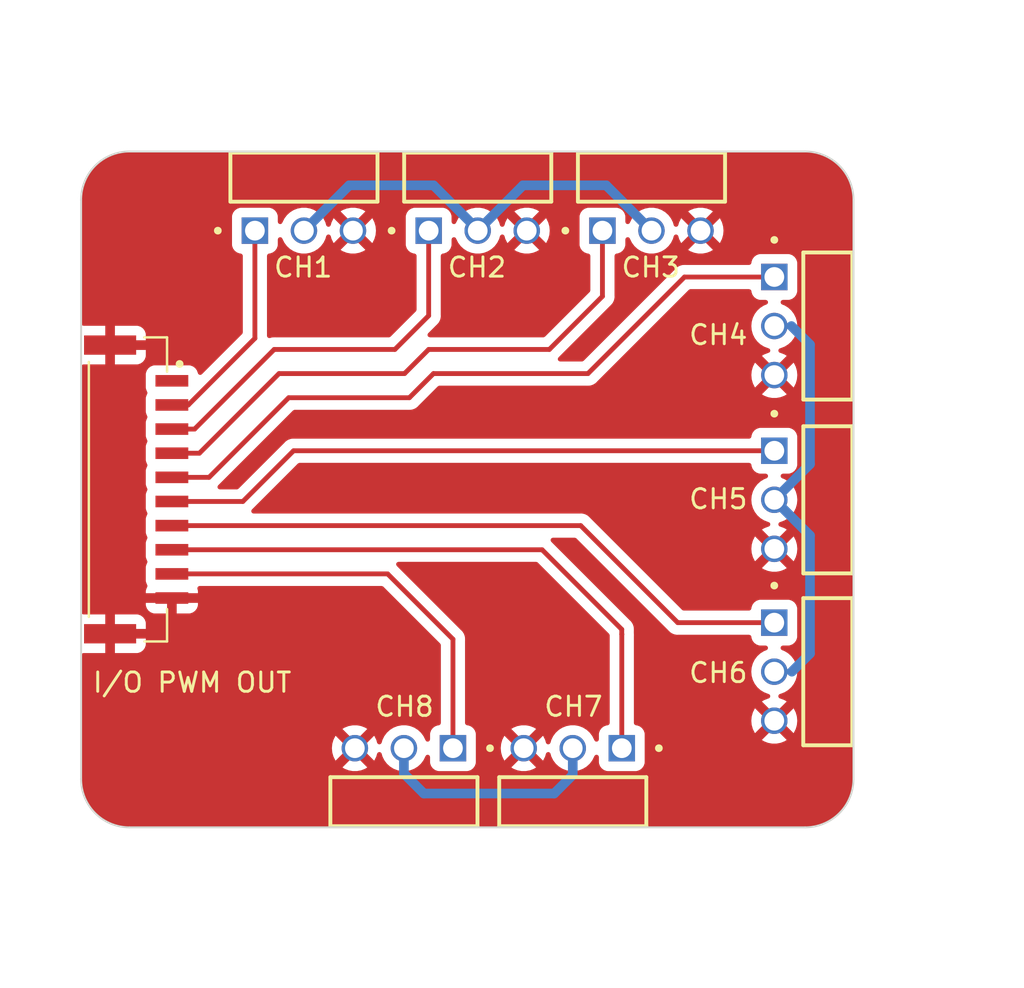
<source format=kicad_pcb>
(kicad_pcb (version 20221018) (generator pcbnew)
  (layers (0 "F.Cu" signal) (31 "B.Cu" signal) (34 "B.Paste" user) (35 "F.Paste" user) (36 "B.SilkS" user "B.Silkscreen") (37 "F.SilkS" user "F.Silkscreen") (38 "B.Mask" user) (39 "F.Mask" user) (44 "Edge.Cuts" user))
  (net 0 "")
  (net 1 "Net-(J1-Pin_1)")
  (net 2 "/R_ESC_+")
  (net 3 "GND")
  (net 4 "Net-(J2-Pin_1)")
  (net 5 "Net-(J3-Pin_1)")
  (net 6 "Net-(J4-Pin_1)")
  (net 7 "/Rear_ESC_+")
  (net 8 "Net-(J5-Pin_1)")
  (net 9 "Net-(J6-Pin_1)")
  (net 10 "Net-(J7-Pin_1)")
  (net 11 "/L_ESC_+")
  (net 12 "Net-(J8-Pin_1)")
  (footprint "3rd Party Footprints:SAMTEC_TSW-103-08-G-S-RA" (layer "F.Cu") (at 70.5 54.0975 180)
    (fp_text reference "CH2" (at -2.5 -1.9025) (layer "F.SilkS"))
    (fp_text value "Conn_01x03")
    (fp_line (start -6.35 4.04) (end -6.35 1.5) (stroke (width 0.2)) (layer "F.SilkS"))
    (fp_line (start 1.27 1.5) (end -6.35 1.5) (stroke (width 0.2)) (layer "F.SilkS"))
    (fp_line (start 1.27 1.5) (end 1.27 4.04) (stroke (width 0.2)) (layer "F.SilkS"))
    (fp_line (start 1.27 4.04) (end -6.35 4.04) (stroke (width 0.2)) (layer "F.SilkS"))
    (fp_circle (center 1.92 0) (end 2.02 0) (stroke (width 0.2)) (fill none) (layer "F.SilkS"))
    (pad "1" thru_hole rect (at 0 0 180) (size 1.37 1.37) (drill 1.02) (layers "*.Cu" "*.Mask") (net 4 "Net-(J2-Pin_1)"))
    (pad "2" thru_hole circle (at -2.54 0 180) (size 1.37 1.37) (drill 1.02) (layers "*.Cu" "*.Mask") (net 2 "/R_ESC_+"))
    (pad "3" thru_hole circle (at -5.08 0 180) (size 1.37 1.37) (drill 1.02) (layers "*.Cu" "*.Mask") (net 3 "GND"))
  )
  (footprint "3rd Party Footprints:JST_SM10B-GHS-TB_LF__SN_" (layer "F.Cu") (at 54 67.5 -90)
    (fp_text reference "I/O PWM OUT" (at 10 -4.25 180) (layer "F.SilkS") (effects (font (size 1.001929 1.001929))))
    (fp_text value "SM10B-GHS-TB_LF__SN_")
    (fp_line (start -7.875 -2.95) (end -6.1 -2.95) (stroke (width 0.127)) (layer "F.SilkS"))
    (fp_line (start -7.875 -1.77) (end -7.875 -2.95) (stroke (width 0.127)) (layer "F.SilkS"))
    (fp_line (start -6.6 1.1) (end 6.6 1.1) (stroke (width 0.127)) (layer "F.SilkS"))
    (fp_line (start 7.875 -2.95) (end 6.2 -2.95) (stroke (width 0.127)) (layer "F.SilkS"))
    (fp_line (start 7.875 -1.78) (end 7.875 -2.95) (stroke (width 0.127)) (layer "F.SilkS"))
    (fp_circle (center -6.5 -3.6) (end -6.4 -3.6) (stroke (width 0.2)) (fill none) (layer "F.SilkS"))
    (pad "1" smd rect (at -5.625 -3.2 270) (size 0.6 1.7) (layers "F.Cu" "F.Paste" "F.Mask"))
    (pad "2" smd rect (at -4.375 -3.2 270) (size 0.6 1.7) (layers "F.Cu" "F.Paste" "F.Mask") (net 1 "Net-(J1-Pin_1)"))
    (pad "3" smd rect (at -3.125 -3.2 270) (size 0.6 1.7) (layers "F.Cu" "F.Paste" "F.Mask") (net 4 "Net-(J2-Pin_1)"))
    (pad "4" smd rect (at -1.875 -3.2 270) (size 0.6 1.7) (layers "F.Cu" "F.Paste" "F.Mask") (net 5 "Net-(J3-Pin_1)"))
    (pad "5" smd rect (at -0.625 -3.2 270) (size 0.6 1.7) (layers "F.Cu" "F.Paste" "F.Mask") (net 6 "Net-(J4-Pin_1)"))
    (pad "6" smd rect (at 0.625 -3.2 270) (size 0.6 1.7) (layers "F.Cu" "F.Paste" "F.Mask") (net 8 "Net-(J5-Pin_1)"))
    (pad "7" smd rect (at 1.875 -3.2 270) (size 0.6 1.7) (layers "F.Cu" "F.Paste" "F.Mask") (net 9 "Net-(J6-Pin_1)"))
    (pad "8" smd rect (at 3.125 -3.2 270) (size 0.6 1.7) (layers "F.Cu" "F.Paste" "F.Mask") (net 10 "Net-(J7-Pin_1)"))
    (pad "9" smd rect (at 4.375 -3.2 270) (size 0.6 1.7) (layers "F.Cu" "F.Paste" "F.Mask") (net 12 "Net-(J8-Pin_1)"))
    (pad "10" smd rect (at 5.625 -3.2 270) (size 0.6 1.7) (layers "F.Cu" "F.Paste" "F.Mask") (net 3 "GND"))
    (pad "S1" smd rect (at -7.475 0 270) (size 1 2.7) (layers "F.Cu" "F.Paste" "F.Mask") (net 3 "GND"))
    (pad "S2" smd rect (at 7.475 0 270) (size 1 2.7) (layers "F.Cu" "F.Paste" "F.Mask") (net 3 "GND"))
  )
  (footprint "3rd Party Footprints:SAMTEC_TSW-103-08-G-S-RA" (layer "F.Cu") (at 79.5 54.0975 180)
    (fp_text reference "CH3" (at -2.5 -1.9025) (layer "F.SilkS"))
    (fp_text value "Conn_01x03")
    (fp_line (start -6.35 4.04) (end -6.35 1.5) (stroke (width 0.2)) (layer "F.SilkS"))
    (fp_line (start 1.27 1.5) (end -6.35 1.5) (stroke (width 0.2)) (layer "F.SilkS"))
    (fp_line (start 1.27 1.5) (end 1.27 4.04) (stroke (width 0.2)) (layer "F.SilkS"))
    (fp_line (start 1.27 4.04) (end -6.35 4.04) (stroke (width 0.2)) (layer "F.SilkS"))
    (fp_circle (center 1.92 0) (end 2.02 0) (stroke (width 0.2)) (fill none) (layer "F.SilkS"))
    (pad "1" thru_hole rect (at 0 0 180) (size 1.37 1.37) (drill 1.02) (layers "*.Cu" "*.Mask") (net 5 "Net-(J3-Pin_1)"))
    (pad "2" thru_hole circle (at -2.54 0 180) (size 1.37 1.37) (drill 1.02) (layers "*.Cu" "*.Mask") (net 2 "/R_ESC_+"))
    (pad "3" thru_hole circle (at -5.08 0 180) (size 1.37 1.37) (drill 1.02) (layers "*.Cu" "*.Mask") (net 3 "GND"))
  )
  (footprint "3rd Party Footprints:SAMTEC_TSW-103-08-G-S-RA" (layer "F.Cu") (at 80.5025 80.9025)
    (fp_text reference "CH7" (at -2.5025 -2.1525) (layer "F.SilkS"))
    (fp_text value "Conn_01x03")
    (fp_line (start -6.35 4.04) (end -6.35 1.5) (stroke (width 0.2)) (layer "F.SilkS"))
    (fp_line (start 1.27 1.5) (end -6.35 1.5) (stroke (width 0.2)) (layer "F.SilkS"))
    (fp_line (start 1.27 1.5) (end 1.27 4.04) (stroke (width 0.2)) (layer "F.SilkS"))
    (fp_line (start 1.27 4.04) (end -6.35 4.04) (stroke (width 0.2)) (layer "F.SilkS"))
    (fp_circle (center 1.92 0) (end 2.02 0) (stroke (width 0.2)) (fill none) (layer "F.SilkS"))
    (pad "1" thru_hole rect (at 0 0) (size 1.37 1.37) (drill 1.02) (layers "*.Cu" "*.Mask") (net 10 "Net-(J7-Pin_1)"))
    (pad "2" thru_hole circle (at -2.54 0) (size 1.37 1.37) (drill 1.02) (layers "*.Cu" "*.Mask") (net 11 "/L_ESC_+"))
    (pad "3" thru_hole circle (at -5.08 0) (size 1.37 1.37) (drill 1.02) (layers "*.Cu" "*.Mask") (net 3 "GND"))
  )
  (footprint "3rd Party Footprints:SAMTEC_TSW-103-08-G-S-RA" (layer "F.Cu") (at 88.4025 56.4975 90)
    (fp_text reference "CH4" (at -3.0025 -2.9025 180) (layer "F.SilkS"))
    (fp_text value "Conn_01x03")
    (fp_line (start -6.35 4.04) (end -6.35 1.5) (stroke (width 0.2)) (layer "F.SilkS"))
    (fp_line (start 1.27 1.5) (end -6.35 1.5) (stroke (width 0.2)) (layer "F.SilkS"))
    (fp_line (start 1.27 1.5) (end 1.27 4.04) (stroke (width 0.2)) (layer "F.SilkS"))
    (fp_line (start 1.27 4.04) (end -6.35 4.04) (stroke (width 0.2)) (layer "F.SilkS"))
    (fp_circle (center 1.92 0) (end 2.02 0) (stroke (width 0.2)) (fill none) (layer "F.SilkS"))
    (pad "1" thru_hole rect (at 0 0 90) (size 1.37 1.37) (drill 1.02) (layers "*.Cu" "*.Mask") (net 6 "Net-(J4-Pin_1)"))
    (pad "2" thru_hole circle (at -2.54 0 90) (size 1.37 1.37) (drill 1.02) (layers "*.Cu" "*.Mask") (net 7 "/Rear_ESC_+"))
    (pad "3" thru_hole circle (at -5.08 0 90) (size 1.37 1.37) (drill 1.02) (layers "*.Cu" "*.Mask") (net 3 "GND"))
  )
  (footprint "3rd Party Footprints:SAMTEC_TSW-103-08-G-S-RA" (layer "F.Cu") (at 88.4025 65.4975 90)
    (fp_text reference "CH5" (at -2.5025 -2.9025 180) (layer "F.SilkS"))
    (fp_text value "Conn_01x03")
    (fp_line (start -6.35 4.04) (end -6.35 1.5) (stroke (width 0.2)) (layer "F.SilkS"))
    (fp_line (start 1.27 1.5) (end -6.35 1.5) (stroke (width 0.2)) (layer "F.SilkS"))
    (fp_line (start 1.27 1.5) (end 1.27 4.04) (stroke (width 0.2)) (layer "F.SilkS"))
    (fp_line (start 1.27 4.04) (end -6.35 4.04) (stroke (width 0.2)) (layer "F.SilkS"))
    (fp_circle (center 1.92 0) (end 2.02 0) (stroke (width 0.2)) (fill none) (layer "F.SilkS"))
    (pad "1" thru_hole rect (at 0 0 90) (size 1.37 1.37) (drill 1.02) (layers "*.Cu" "*.Mask") (net 8 "Net-(J5-Pin_1)"))
    (pad "2" thru_hole circle (at -2.54 0 90) (size 1.37 1.37) (drill 1.02) (layers "*.Cu" "*.Mask") (net 7 "/Rear_ESC_+"))
    (pad "3" thru_hole circle (at -5.08 0 90) (size 1.37 1.37) (drill 1.02) (layers "*.Cu" "*.Mask") (net 3 "GND"))
  )
  (footprint "3rd Party Footprints:SAMTEC_TSW-103-08-G-S-RA" (layer "F.Cu") (at 71.7575 80.9025)
    (fp_text reference "CH8" (at -2.5075 -2.1525) (layer "F.SilkS"))
    (fp_text value "Conn_01x03")
    (fp_line (start -6.35 4.04) (end -6.35 1.5) (stroke (width 0.2)) (layer "F.SilkS"))
    (fp_line (start 1.27 1.5) (end -6.35 1.5) (stroke (width 0.2)) (layer "F.SilkS"))
    (fp_line (start 1.27 1.5) (end 1.27 4.04) (stroke (width 0.2)) (layer "F.SilkS"))
    (fp_line (start 1.27 4.04) (end -6.35 4.04) (stroke (width 0.2)) (layer "F.SilkS"))
    (fp_circle (center 1.92 0) (end 2.02 0) (stroke (width 0.2)) (fill none) (layer "F.SilkS"))
    (pad "1" thru_hole rect (at 0 0) (size 1.37 1.37) (drill 1.02) (layers "*.Cu" "*.Mask") (net 12 "Net-(J8-Pin_1)"))
    (pad "2" thru_hole circle (at -2.54 0) (size 1.37 1.37) (drill 1.02) (layers "*.Cu" "*.Mask") (net 11 "/L_ESC_+"))
    (pad "3" thru_hole circle (at -5.08 0) (size 1.37 1.37) (drill 1.02) (layers "*.Cu" "*.Mask") (net 3 "GND"))
  )
  (footprint "3rd Party Footprints:SAMTEC_TSW-103-08-G-S-RA" (layer "F.Cu") (at 88.4 74.4 90)
    (fp_text reference "CH6" (at -2.6 -2.9 180) (layer "F.SilkS"))
    (fp_text value "Conn_01x03")
    (fp_line (start -6.35 4.04) (end -6.35 1.5) (stroke (width 0.2)) (layer "F.SilkS"))
    (fp_line (start 1.27 1.5) (end -6.35 1.5) (stroke (width 0.2)) (layer "F.SilkS"))
    (fp_line (start 1.27 1.5) (end 1.27 4.04) (stroke (width 0.2)) (layer "F.SilkS"))
    (fp_line (start 1.27 4.04) (end -6.35 4.04) (stroke (width 0.2)) (layer "F.SilkS"))
    (fp_circle (center 1.92 0) (end 2.02 0) (stroke (width 0.2)) (fill none) (layer "F.SilkS"))
    (pad "1" thru_hole rect (at 0 0 90) (size 1.37 1.37) (drill 1.02) (layers "*.Cu" "*.Mask") (net 9 "Net-(J6-Pin_1)"))
    (pad "2" thru_hole circle (at -2.54 0 90) (size 1.37 1.37) (drill 1.02) (layers "*.Cu" "*.Mask") (net 7 "/Rear_ESC_+"))
    (pad "3" thru_hole circle (at -5.08 0 90) (size 1.37 1.37) (drill 1.02) (layers "*.Cu" "*.Mask") (net 3 "GND"))
  )
  (footprint "3rd Party Footprints:SAMTEC_TSW-103-08-G-S-RA" (layer "F.Cu") (at 61.5 54.0975 180)
    (fp_text reference "CH1" (at -2.5 -1.9025) (layer "F.SilkS"))
    (fp_text value "Conn_01x03")
    (fp_line (start -6.35 4.04) (end -6.35 1.5) (stroke (width 0.2)) (layer "F.SilkS"))
    (fp_line (start 1.27 1.5) (end -6.35 1.5) (stroke (width 0.2)) (layer "F.SilkS"))
    (fp_line (start 1.27 1.5) (end 1.27 4.04) (stroke (width 0.2)) (layer "F.SilkS"))
    (fp_line (start 1.27 4.04) (end -6.35 4.04) (stroke (width 0.2)) (layer "F.SilkS"))
    (fp_circle (center 1.92 0) (end 2.02 0) (stroke (width 0.2)) (fill none) (layer "F.SilkS"))
    (pad "1" thru_hole rect (at 0 0 180) (size 1.37 1.37) (drill 1.02) (layers "*.Cu" "*.Mask") (net 1 "Net-(J1-Pin_1)"))
    (pad "2" thru_hole circle (at -2.54 0 180) (size 1.37 1.37) (drill 1.02) (layers "*.Cu" "*.Mask") (net 2 "/R_ESC_+"))
    (pad "3" thru_hole circle (at -5.08 0 180) (size 1.37 1.37) (drill 1.02) (layers "*.Cu" "*.Mask") (net 3 "GND"))
  )
  (gr_arc (start 90 50) (mid 91.767767 50.732233) (end 92.5 52.5) (stroke (width 0.1)) (layer "Edge.Cuts"))
  (gr_line (start 52.5 52.5) (end 52.5 82.5) (stroke (width 0.1)) (layer "Edge.Cuts"))
  (gr_arc (start 92.5 82.5) (mid 91.767767 84.267767) (end 90 85) (stroke (width 0.1)) (layer "Edge.Cuts"))
  (gr_line (start 55 50) (end 90 50) (stroke (width 0.1)) (layer "Edge.Cuts"))
  (gr_line (start 92.5 52.5) (end 92.5 82.5) (stroke (width 0.1)) (layer "Edge.Cuts"))
  (gr_line (start 90 85) (end 55 85) (stroke (width 0.1)) (layer "Edge.Cuts"))
  (gr_arc (start 55 85) (mid 53.232233 84.267767) (end 52.5 82.5) (stroke (width 0.1)) (layer "Edge.Cuts"))
  (gr_arc (start 52.5 52.5) (mid 53.232233 50.732233) (end 55 50) (stroke (width 0.1)) (layer "Edge.Cuts"))
  (segment (start 58.05 63.125) (end 61.5 59.675) (width 0.25) (layer "F.Cu") (net 1))
  (segment (start 57.2 63.125) (end 58.05 63.125) (width 0.25) (layer "F.Cu") (net 1))
  (segment (start 61.5 59.675) (end 61.5 54.0975) (width 0.25) (layer "F.Cu") (net 1))
  (segment (start 70.75 51.75) (end 73.04 54.04) (width 0.5) (layer "B.Cu") (net 2))
  (segment (start 66.3875 51.75) (end 70.75 51.75) (width 0.5) (layer "B.Cu") (net 2))
  (segment (start 73.04 54.04) (end 73.04 54.0975) (width 0.25) (layer "B.Cu") (net 2))
  (segment (start 75.3875 51.75) (end 79.6925 51.75) (width 0.5) (layer "B.Cu") (net 2))
  (segment (start 64.04 54.0975) (end 66.3875 51.75) (width 0.5) (layer "B.Cu") (net 2))
  (segment (start 79.6925 51.75) (end 82.04 54.0975) (width 0.5) (layer "B.Cu") (net 2))
  (segment (start 73.04 54.0975) (end 75.3875 51.75) (width 0.5) (layer "B.Cu") (net 2))
  (segment (start 57.2 64.375) (end 58.375 64.375) (width 0.25) (layer "F.Cu") (net 4))
  (segment (start 62.5 60.25) (end 68.75 60.25) (width 0.25) (layer "F.Cu") (net 4))
  (segment (start 68.75 60.25) (end 70.5 58.5) (width 0.25) (layer "F.Cu") (net 4))
  (segment (start 70.5 58.5) (end 70.5 54.0975) (width 0.25) (layer "F.Cu") (net 4))
  (segment (start 58.375 64.375) (end 62.5 60.25) (width 0.25) (layer "F.Cu") (net 4))
  (segment (start 62.75 61.5) (end 69.25 61.5) (width 0.25) (layer "F.Cu") (net 5))
  (segment (start 69.25 61.5) (end 70.5 60.25) (width 0.25) (layer "F.Cu") (net 5))
  (segment (start 58.625 65.625) (end 62.75 61.5) (width 0.25) (layer "F.Cu") (net 5))
  (segment (start 70.5 60.25) (end 76.75 60.25) (width 0.25) (layer "F.Cu") (net 5))
  (segment (start 79.5 57.5) (end 79.5 54.0975) (width 0.25) (layer "F.Cu") (net 5))
  (segment (start 76.75 60.25) (end 79.5 57.5) (width 0.25) (layer "F.Cu") (net 5))
  (segment (start 57.2 65.625) (end 58.625 65.625) (width 0.25) (layer "F.Cu") (net 5))
  (segment (start 70.75 61.5) (end 78.75 61.5) (width 0.25) (layer "F.Cu") (net 6))
  (segment (start 57.2 66.875) (end 59.125 66.875) (width 0.25) (layer "F.Cu") (net 6))
  (segment (start 69.5 62.75) (end 70.75 61.5) (width 0.25) (layer "F.Cu") (net 6))
  (segment (start 83.75 56.5) (end 88.4 56.5) (width 0.25) (layer "F.Cu") (net 6))
  (segment (start 88.4 56.5) (end 88.4025 56.4975) (width 0.25) (layer "F.Cu") (net 6))
  (segment (start 59.125 66.875) (end 63.25 62.75) (width 0.25) (layer "F.Cu") (net 6))
  (segment (start 63.25 62.75) (end 69.5 62.75) (width 0.25) (layer "F.Cu") (net 6))
  (segment (start 78.75 61.5) (end 83.75 56.5) (width 0.25) (layer "F.Cu") (net 6))
  (segment (start 90.25 76) (end 89.31 76.94) (width 0.5) (layer "B.Cu") (net 7))
  (segment (start 90.25 69.885) (end 90.25 76) (width 0.5) (layer "B.Cu") (net 7))
  (segment (start 89.31 76.94) (end 88.4 76.94) (width 0.25) (layer "B.Cu") (net 7))
  (segment (start 90.25 60) (end 90.25 66.19) (width 0.5) (layer "B.Cu") (net 7))
  (segment (start 88.4025 68.0375) (end 90.25 69.885) (width 0.5) (layer "B.Cu") (net 7))
  (segment (start 90.25 66.19) (end 88.4025 68.0375) (width 0.5) (layer "B.Cu") (net 7))
  (segment (start 88.4025 59.0375) (end 89.2875 59.0375) (width 0.25) (layer "B.Cu") (net 7))
  (segment (start 89.2875 59.0375) (end 90.25 60) (width 0.5) (layer "B.Cu") (net 7))
  (segment (start 60.875 68.125) (end 63.5025 65.4975) (width 0.25) (layer "F.Cu") (net 8))
  (segment (start 63.5025 65.4975) (end 88.4025 65.4975) (width 0.25) (layer "F.Cu") (net 8))
  (segment (start 57.2 68.125) (end 60.875 68.125) (width 0.25) (layer "F.Cu") (net 8))
  (segment (start 83.4 74.4) (end 88.4 74.4) (width 0.25) (layer "F.Cu") (net 9))
  (segment (start 57.2 69.375) (end 78.375 69.375) (width 0.25) (layer "F.Cu") (net 9))
  (segment (start 78.375 69.375) (end 83.4 74.4) (width 0.25) (layer "F.Cu") (net 9))
  (segment (start 80.5025 75.0025) (end 80.5025 80.9025) (width 0.25) (layer "F.Cu") (net 10))
  (segment (start 80.5 75) (end 80.5025 75.0025) (width 0.25) (layer "F.Cu") (net 10))
  (segment (start 57.2 70.625) (end 76.375 70.625) (width 0.25) (layer "F.Cu") (net 10))
  (segment (start 76.375 70.625) (end 80.5 74.75) (width 0.25) (layer "F.Cu") (net 10))
  (segment (start 80.5 74.75) (end 80.5 75) (width 0.25) (layer "F.Cu") (net 10))
  (segment (start 77.9625 82.2875) (end 77 83.25) (width 0.5) (layer "B.Cu") (net 11))
  (segment (start 77 83.25) (end 70.25 83.25) (width 0.5) (layer "B.Cu") (net 11))
  (segment (start 69.2175 82.2175) (end 69.2175 80.9025) (width 0.5) (layer "B.Cu") (net 11))
  (segment (start 77.9625 80.9025) (end 77.9625 82.2875) (width 0.5) (layer "B.Cu") (net 11))
  (segment (start 70.25 83.25) (end 69.2175 82.2175) (width 0.5) (layer "B.Cu") (net 11))
  (segment (start 71.7575 80.9025) (end 71.7575 75.2575) (width 0.25) (layer "F.Cu") (net 12))
  (segment (start 71.7575 75.2575) (end 68.375 71.875) (width 0.25) (layer "F.Cu") (net 12))
  (segment (start 68.375 71.875) (end 57.2 71.875) (width 0.25) (layer "F.Cu") (net 12))
  (zone (net 3) (net_name "GND") (layer "F.Cu") (connect_pads (clearance 0.5)) (min_thickness 0.25) (fill yes (thermal_gap 0.5) (thermal_bridge_width 0.5))
    (polygon (pts (xy 52.25 50.25) (xy 51.75 85.25) (xy 93.25 85.5) (xy 92.75 49.5) (xy 52.25 49.25)))
  )
)
</source>
